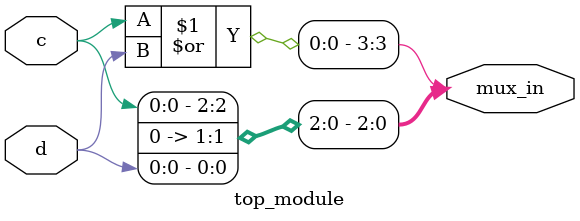
<source format=sv>
module top_module (
    input c,
    input d,
    output [3:0] mux_in
);

    // Implement logic for each mux_in output based on the Karnaugh map
    // mux_in[0] (ab = 00) = c'd + cd' = d
    assign mux_in[0] = d;

    // mux_in[1] (ab = 01) = 0
    assign mux_in[1] = 0;

    // mux_in[2] (ab = 11) = c
    assign mux_in[2] = c;

    // mux_in[3] (ab = 10) = c + d = c | d
    assign mux_in[3] = c | d;

endmodule

</source>
